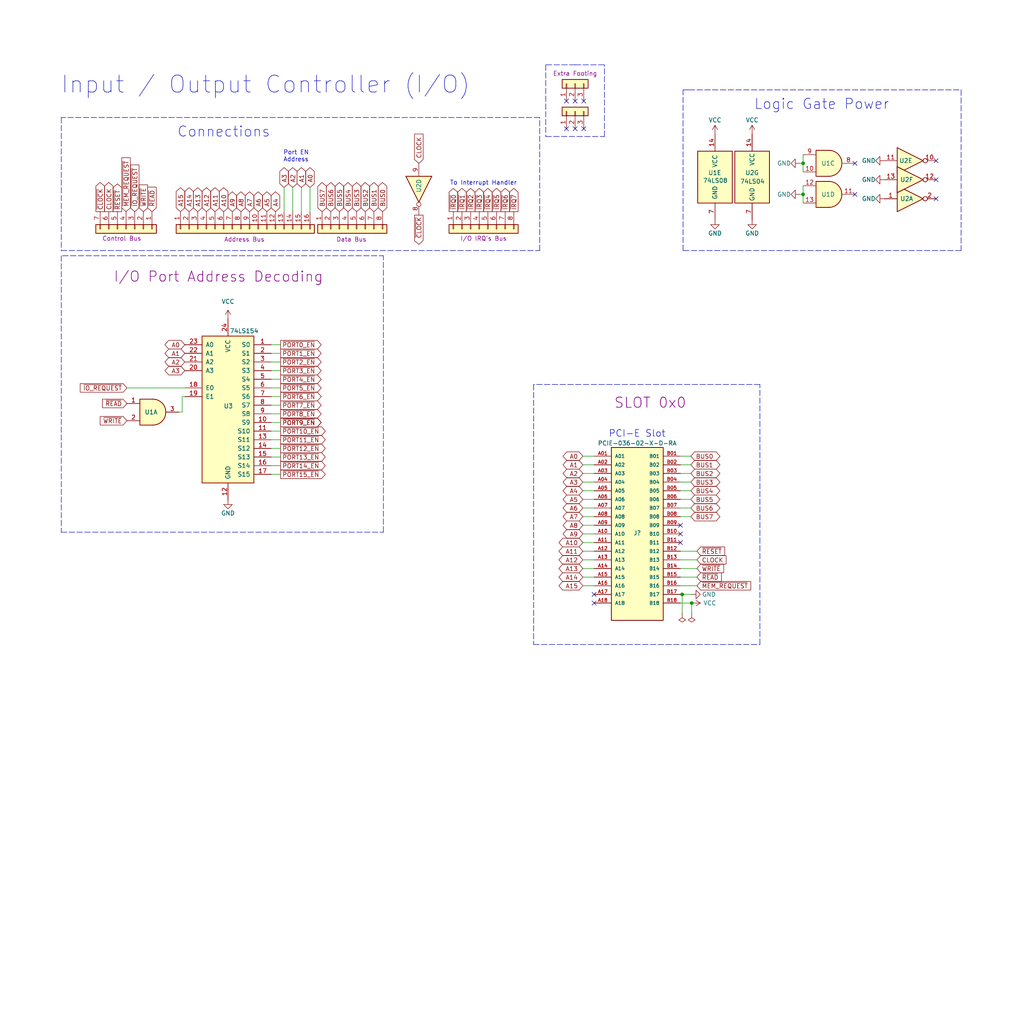
<source format=kicad_sch>
(kicad_sch (version 20211123) (generator eeschema)
  (paper "User" 300.025 300.99)
  (title_block (title "Input Output Controller (I/O)") (date "2022-02-10") (rev "v1") (company "theWickedWebDev/8-bit-computer"))
  (junction (at 200.66 174.752))
  (junction (at 450.342 176.784))
  (junction (at 724.408 188.468))
  (junction (at 236.22 48.006))
  (junction (at 203.454 177.292))
  (junction (at 634.238 186.944))
  (junction (at 664.21 198.882))
  (junction (at 236.22 57.15))
  (junction (at 670.052 196.342))
  (junction (at 453.136 179.324))
  (junction (at 671.83 193.802))
  (no_connect (at 449.834 159.004))
  (no_connect (at 503.682 175.514))
  (no_connect (at 449.834 164.084))
  (no_connect (at 200.152 154.432))
  (no_connect (at 470.408 42.418))
  (no_connect (at 449.834 156.464))
  (no_connect (at 171.704 37.846))
  (no_connect (at 465.328 42.418))
  (no_connect (at 707.39 173.482))
  (no_connect (at 424.434 176.784))
  (no_connect (at 174.752 177.292))
  (no_connect (at 449.834 166.624))
  (no_connect (at 538.988 188.468))
  (no_connect (at 538.988 191.008))
  (no_connect (at 538.988 185.928))
  (no_connect (at 538.988 180.848))
  (no_connect (at 564.388 185.928))
  (no_connect (at 564.388 180.848))
  (no_connect (at 460.248 42.418))
  (no_connect (at 472.948 42.418))
  (no_connect (at 200.152 156.972))
  (no_connect (at 174.752 174.752))
  (no_connect (at 467.868 42.418))
  (no_connect (at 200.152 159.512))
  (no_connect (at 478.028 42.418))
  (no_connect (at 275.336 58.42))
  (no_connect (at 251.46 48.006))
  (no_connect (at 251.46 57.15))
  (no_connect (at 424.434 179.324))
  (no_connect (at 462.788 42.418))
  (no_connect (at 608.33 196.342))
  (no_connect (at 608.33 193.802))
  (no_connect (at 564.388 193.548))
  (no_connect (at 564.388 196.088))
  (no_connect (at 475.488 42.418))
  (no_connect (at 608.33 186.182))
  (no_connect (at 608.33 181.102))
  (no_connect (at 582.93 183.642))
  (no_connect (at 582.93 188.722))
  (no_connect (at 582.93 193.802))
  (no_connect (at 582.93 191.262))
  (no_connect (at 169.164 37.846))
  (no_connect (at 169.164 29.718))
  (no_connect (at 171.704 29.718))
  (no_connect (at 166.624 29.718))
  (no_connect (at 660.908 180.594))
  (no_connect (at 166.624 37.846))
  (no_connect (at 275.336 47.244))
  (no_connect (at 275.336 52.832))
  (no_connect (at 449.834 161.544))
  (wire (pts (xy 724.408 188.468) (xy 740.918 188.468)))
  (wire (pts (xy 82.55 121.666) (xy 79.756 121.666)))
  (polyline (pts (xy 456.184 68.58) (xy 476.504 68.58)))
  (wire (pts (xy 611.632 213.614) (xy 611.632 191.262)))
  (polyline (pts (xy 402.844 68.58) (xy 402.844 105.41)))
  (polyline (pts (xy 409.194 111.252) (xy 409.194 187.706)))
  (wire (pts (xy 662.178 201.676) (xy 664.21 201.676)))
  (wire (pts (xy 421.132 151.384) (xy 424.434 151.384)))
  (wire (pts (xy 82.55 101.346) (xy 79.756 101.346)))
  (wire (pts (xy 710.946 197.612) (xy 710.946 191.008)))
  (polyline (pts (xy 156.972 113.03) (xy 156.972 189.484)))
  (wire (pts (xy 671.83 193.802) (xy 681.99 193.802)))
  (wire (pts (xy 632.206 193.294) (xy 635.508 193.294)))
  (wire (pts (xy 204.978 167.132) (xy 200.152 167.132)))
  (polyline (pts (xy 223.52 113.03) (xy 156.972 113.03)))
  (polyline (pts (xy 437.388 111.252) (xy 475.742 111.252)))
  (wire (pts (xy 480.568 35.814) (xy 483.362 35.814)))
  (wire (pts (xy 82.55 129.286) (xy 79.756 129.286)))
  (wire (pts (xy 82.55 131.826) (xy 79.756 131.826)))
  (wire (pts (xy 82.55 134.366) (xy 79.756 134.366)))
  (wire (pts (xy 203.454 177.292) (xy 203.454 180.34)))
  (polyline (pts (xy 200.914 26.416) (xy 202.692 26.416)))
  (polyline (pts (xy 200.914 73.66) (xy 200.914 26.416)))
  (polyline (pts (xy 202.692 26.416) (xy 282.702 26.416)))
  (wire (pts (xy 203.2 149.352) (xy 200.152 149.352)))
  (polyline (pts (xy 622.808 147.066) (xy 495.554 147.066)))
  (wire (pts (xy 171.45 154.432) (xy 174.752 154.432)))
  (wire (pts (xy 421.132 169.164) (xy 424.434 169.164)))
  (wire (pts (xy 421.132 141.224) (xy 424.434 141.224)))
  (polyline (pts (xy 489.712 15.748) (xy 447.294 15.748)))
  (wire (pts (xy 82.55 108.966) (xy 79.756 108.966)))
  (wire (pts (xy 171.45 149.352) (xy 174.752 149.352)))
  (wire (pts (xy 739.902 205.74) (xy 745.236 205.74)))
  (wire (pts (xy 82.55 114.046) (xy 79.756 114.046)))
  (wire (pts (xy 664.21 178.054) (xy 664.21 198.882)))
  (wire (pts (xy 634.238 186.944) (xy 634.238 188.214)))
  (polyline (pts (xy 160.528 19.05) (xy 160.528 40.132)))
  (wire (pts (xy 204.978 169.672) (xy 200.152 169.672)))
  (wire (pts (xy 481.33 31.496) (xy 483.362 31.496)))
  (polyline (pts (xy 158.75 73.66) (xy 158.75 34.544)))
  (wire (pts (xy 421.132 174.244) (xy 424.434 174.244)))
  (wire (pts (xy 664.21 201.676) (xy 664.21 198.882)))
  (wire (pts (xy 452.882 141.224) (xy 449.834 141.224)))
  (wire (pts (xy 171.45 146.812) (xy 174.752 146.812)))
  (wire (pts (xy 670.052 201.676) (xy 670.052 196.342)))
  (wire (pts (xy 82.55 116.586) (xy 79.756 116.586)))
  (polyline (pts (xy 403.098 16.002) (xy 445.516 16.002)))
  (wire (pts (xy 722.884 188.468) (xy 724.408 188.468)))
  (polyline (pts (xy 156.972 189.484) (xy 223.52 189.484)))
  (wire (pts (xy 452.882 136.144) (xy 449.834 136.144)))
  (wire (pts (xy 681.99 196.342) (xy 670.052 196.342)))
  (polyline (pts (xy 475.742 187.706) (xy 475.742 111.252)))
  (wire (pts (xy 671.83 193.802) (xy 671.83 204.216)))
  (wire (pts (xy 236.22 54.61) (xy 236.22 57.15)))
  (wire (pts (xy 83.566 55.118) (xy 83.566 62.23)))
  (polyline (pts (xy 447.294 66.548) (xy 489.712 66.548)))
  (wire (pts (xy 82.55 136.906) (xy 79.756 136.906)))
  (wire (pts (xy 88.646 55.118) (xy 88.646 62.23)))
  (polyline (pts (xy 61.214 75.184) (xy 18.034 75.184)))
  (polyline (pts (xy 61.214 75.184) (xy 112.776 75.184)))
  (wire (pts (xy 53.594 116.586) (xy 54.356 116.586)))
  (wire (pts (xy 82.55 106.426) (xy 79.756 106.426)))
  (polyline (pts (xy 402.844 105.41) (xy 456.692 105.41)))
  (wire (pts (xy 200.66 174.752) (xy 200.66 180.34)))
  (wire (pts (xy 668.02 193.802) (xy 671.83 193.802)))
  (wire (pts (xy 538.988 193.548) (xy 529.336 193.548)))
  (wire (pts (xy 421.132 153.924) (xy 424.434 153.924)))
  (wire (pts (xy 203.2 146.812) (xy 200.152 146.812)))
  (polyline (pts (xy 495.554 225.044) (xy 755.396 225.044)))
  (wire (pts (xy 664.21 198.882) (xy 681.99 198.882)))
  (wire (pts (xy 634.238 185.674) (xy 634.238 186.944)))
  (wire (pts (xy 678.688 165.1) (xy 680.212 165.1)))
  (wire (pts (xy 452.882 146.304) (xy 449.834 146.304)))
  (wire (pts (xy 203.454 174.752) (xy 200.66 174.752)))
  (wire (pts (xy 634.238 188.214) (xy 635.508 188.214)))
  (wire (pts (xy 449.834 179.324) (xy 453.136 179.324)))
  (polyline (pts (xy 402.844 68.58) (xy 456.692 68.58)))
  (polyline (pts (xy 437.388 111.252) (xy 409.194 111.252)))
  (polyline (pts (xy 160.528 40.132) (xy 177.8 40.132)))
  (wire (pts (xy 91.186 55.118) (xy 91.186 62.23)))
  (wire (pts (xy 171.45 159.512) (xy 174.752 159.512)))
  (wire (pts (xy 514.096 175.514) (xy 511.302 175.514)))
  (wire (pts (xy 670.052 196.342) (xy 666.242 196.342)))
  (polyline (pts (xy 489.712 26.67) (xy 489.712 15.748)))
  (wire (pts (xy 529.336 213.614) (xy 611.632 213.614)))
  (wire (pts (xy 611.632 191.262) (xy 608.33 191.262)))
  (wire (pts (xy 171.45 164.592) (xy 174.752 164.592)))
  (wire (pts (xy 666.242 196.342) (xy 666.242 175.514)))
  (wire (pts (xy 236.22 48.006) (xy 236.22 50.546)))
  (wire (pts (xy 745.236 205.74) (xy 745.236 197.612)))
  (wire (pts (xy 724.408 181.102) (xy 725.678 181.102)))
  (wire (pts (xy 200.66 174.752) (xy 200.152 174.752)))
  (polyline (pts (xy 18.034 75.184) (xy 18.034 156.464)))
  (wire (pts (xy 660.908 178.054) (xy 664.21 178.054)))
  (wire (pts (xy 204.978 172.212) (xy 200.152 172.212)))
  (wire (pts (xy 171.45 162.052) (xy 174.752 162.052)))
  (wire (pts (xy 450.342 176.784) (xy 449.834 176.784)))
  (wire (pts (xy 745.236 197.612) (xy 710.946 197.612)))
  (wire (pts (xy 203.2 136.652) (xy 200.152 136.652)))
  (wire (pts (xy 710.946 185.928) (xy 712.724 185.928)))
  (polyline (pts (xy 169.164 19.05) (xy 160.528 19.05)))
  (polyline (pts (xy 495.554 147.066) (xy 495.554 225.044)))
  (wire (pts (xy 171.45 139.192) (xy 174.752 139.192)))
  (polyline (pts (xy 476.504 105.41) (xy 455.93 105.41)))
  (wire (pts (xy 171.45 136.652) (xy 174.752 136.652)))
  (wire (pts (xy 454.66 171.704) (xy 449.834 171.704)))
  (wire (pts (xy 668.02 172.974) (xy 668.02 193.802)))
  (polyline (pts (xy 282.702 73.66) (xy 200.914 73.66)))
  (wire (pts (xy 421.132 161.544) (xy 424.434 161.544)))
  (wire (pts (xy 724.408 188.468) (xy 724.408 181.102)))
  (wire (pts (xy 171.45 151.892) (xy 174.752 151.892)))
  (wire (pts (xy 236.22 57.15) (xy 236.22 59.69)))
  (polyline (pts (xy 223.52 189.484) (xy 223.52 113.03)))
  (wire (pts (xy 667.004 201.676) (xy 670.052 201.676)))
  (wire (pts (xy 453.136 176.784) (xy 450.342 176.784)))
  (wire (pts (xy 203.2 134.112) (xy 200.152 134.112)))
  (wire (pts (xy 660.908 175.514) (xy 666.242 175.514)))
  (wire (pts (xy 480.568 35.814) (xy 480.568 42.418)))
  (polyline (pts (xy 282.702 26.416) (xy 282.702 73.66)))
  (wire (pts (xy 421.132 148.844) (xy 424.434 148.844)))
  (polyline (pts (xy 445.516 16.002) (xy 445.516 48.514)))
  (polyline (pts (xy 622.554 147.066) (xy 755.396 147.066)))
  (wire (pts (xy 203.2 141.732) (xy 200.152 141.732)))
  (wire (pts (xy 452.882 148.844) (xy 449.834 148.844)))
  (wire (pts (xy 662.178 204.216) (xy 662.178 201.676)))
  (wire (pts (xy 573.786 206.502) (xy 573.786 191.008)))
  (polyline (pts (xy 112.776 156.464) (xy 112.776 75.184)))
  (wire (pts (xy 452.882 143.764) (xy 449.834 143.764)))
  (polyline (pts (xy 445.516 48.514) (xy 402.844 48.514)))
  (wire (pts (xy 421.132 156.464) (xy 424.434 156.464)))
  (polyline (pts (xy 169.164 19.05) (xy 177.8 19.05)))
  (wire (pts (xy 171.45 169.672) (xy 174.752 169.672)))
  (wire (pts (xy 452.882 138.684) (xy 449.834 138.684)))
  (wire (pts (xy 667.004 204.216) (xy 667.004 201.676)))
  (wire (pts (xy 452.882 153.924) (xy 449.834 153.924)))
  (wire (pts (xy 53.594 121.158) (xy 53.594 116.586)))
  (polyline (pts (xy 476.504 68.58) (xy 476.504 105.41)))
  (wire (pts (xy 421.132 136.144) (xy 424.434 136.144)))
  (wire (pts (xy 632.206 195.834) (xy 635.508 195.834)))
  (wire (pts (xy 82.55 103.886) (xy 79.756 103.886)))
  (polyline (pts (xy 489.712 66.548) (xy 489.712 26.67)))
  (wire (pts (xy 235.204 48.006) (xy 236.22 48.006)))
  (wire (pts (xy 204.978 162.052) (xy 200.152 162.052)))
  (wire (pts (xy 680.212 170.942) (xy 681.99 170.942)))
  (wire (pts (xy 236.22 45.466) (xy 236.22 48.006)))
  (polyline (pts (xy 447.294 15.748) (xy 447.294 16.51)))
  (wire (pts (xy 171.45 172.212) (xy 174.752 172.212)))
  (wire (pts (xy 171.45 167.132) (xy 174.752 167.132)))
  (wire (pts (xy 421.132 166.624) (xy 424.434 166.624)))
  (wire (pts (xy 635.508 185.674) (xy 634.238 185.674)))
  (polyline (pts (xy 18.034 156.464) (xy 112.776 156.464)))
  (polyline (pts (xy 402.844 16.002) (xy 403.352 16.002)))
  (polyline (pts (xy 409.194 187.706) (xy 475.742 187.706)))
  (wire (pts (xy 453.136 179.324) (xy 453.136 182.372)))
  (wire (pts (xy 454.66 169.164) (xy 449.834 169.164)))
  (wire (pts (xy 171.45 134.112) (xy 174.752 134.112)))
  (wire (pts (xy 37.338 114.046) (xy 54.356 114.046)))
  (polyline (pts (xy 18.034 34.544) (xy 18.034 73.66)))
  (polyline (pts (xy 402.844 48.514) (xy 402.844 16.002)))
  (polyline (pts (xy 177.8 40.132) (xy 177.8 19.05)))
  (wire (pts (xy 421.132 143.764) (xy 424.434 143.764)))
  (wire (pts (xy 82.55 111.506) (xy 79.756 111.506)))
  (wire (pts (xy 573.786 191.008) (xy 564.388 191.008)))
  (wire (pts (xy 82.55 139.446) (xy 79.756 139.446)))
  (wire (pts (xy 710.946 170.942) (xy 710.946 185.928)))
  (wire (pts (xy 82.55 126.746) (xy 79.756 126.746)))
  (wire (pts (xy 82.55 119.126) (xy 79.756 119.126)))
  (wire (pts (xy 680.212 165.1) (xy 680.212 170.942)))
  (polyline (pts (xy 755.396 225.044) (xy 755.396 147.066)))
  (polyline (pts (xy 402.59 48.514) (xy 402.59 48.514)))
  (wire (pts (xy 203.2 151.892) (xy 200.152 151.892)))
  (wire (pts (xy 200.152 177.292) (xy 203.454 177.292)))
  (wire (pts (xy 707.39 170.942) (xy 710.946 170.942)))
  (wire (pts (xy 52.578 121.158) (xy 53.594 121.158)))
  (wire (pts (xy 203.2 144.272) (xy 200.152 144.272)))
  (wire (pts (xy 171.45 144.272) (xy 174.752 144.272)))
  (wire (pts (xy 632.206 198.374) (xy 635.508 198.374)))
  (wire (pts (xy 421.132 164.084) (xy 424.434 164.084)))
  (wire (pts (xy 421.132 171.704) (xy 424.434 171.704)))
  (wire (pts (xy 203.2 139.192) (xy 200.152 139.192)))
  (wire (pts (xy 204.978 164.592) (xy 200.152 164.592)))
  (wire (pts (xy 529.336 193.548) (xy 529.336 213.614)))
  (wire (pts (xy 483.362 35.814) (xy 483.362 31.496)))
  (wire (pts (xy 421.132 159.004) (xy 424.434 159.004)))
  (wire (pts (xy 171.45 156.972) (xy 174.752 156.972)))
  (polyline (pts (xy 158.75 34.544) (xy 18.034 34.544)))
  (wire (pts (xy 450.342 176.784) (xy 450.342 182.372)))
  (polyline (pts (xy 447.294 16.51) (xy 447.294 66.548)))
  (wire (pts (xy 82.55 124.206) (xy 79.756 124.206)))
  (wire (pts (xy 235.204 57.15) (xy 236.22 57.15)))
  (wire (pts (xy 660.908 172.974) (xy 668.02 172.974)))
  (wire (pts (xy 171.45 141.732) (xy 174.752 141.732)))
  (polyline (pts (xy 18.034 73.66) (xy 158.75 73.66)))
  (wire (pts (xy 86.106 55.118) (xy 86.106 62.23)))
  (wire (pts (xy 572.262 206.502) (xy 573.786 206.502)))
  (wire (pts (xy 454.66 174.244) (xy 449.834 174.244)))
  (wire (pts (xy 421.132 146.304) (xy 424.434 146.304)))
  (wire (pts (xy 710.946 191.008) (xy 712.724 191.008)))
  (wire (pts (xy 452.882 151.384) (xy 449.834 151.384)))
  (wire (pts (xy 421.132 138.684) (xy 424.434 138.684)))
  (text "Input / Output Controller (I/O)" (at 17.78 27.94 0) (effects (font (size 5 5)) (justify left bottom)))
  (text "Logic Gate Power" (at 221.742 32.512 0) (effects (font (size 3 3)) (justify left bottom)))
  (text "PCI-E Slot" (at 195.834 128.778 180) (effects (font (size 2 2)) (justify right bottom)))
  (text "PCI-E Slot" (at 445.516 130.81 180) (effects (font (size 2 2)) (justify right bottom)))
  (text "TIMERS CONN" (at 505.714 82.296 0) (effects (font (size 4 4)) (justify left bottom)))
  (text "PORT 0x4" (at 611.378 161.036 0) (effects (font (size 3 3)) (justify left bottom)))
  (text "Connections" (at 52.07 40.64 0) (effects (font (size 3 3)) (justify left bottom)))
  (text "Timer0\nTimer1\nUART/SERIAL\nCHAR LCD\nMEM CART\n----\nAUDIO\nVIDEO\nKEYBOARD\nGAME CONTROLLER 1\nGAME CONTROLLER 2\nDAC\nADC" (at -80.518 122.936 0) (effects (font (size 5 5)) (justify left bottom)))
  (text "Port EN\nAddress" (at 83.312 47.752 0) (effects (font (size 1.27 1.27)) (justify left bottom)))
  (text "To Interrupt Handler" (at 132.334 54.61 0) (effects (font (size 1.27 1.27)) (justify left bottom)))
  (text "CLOCK" (at 612.648 156.21 0) (effects (font (size 4 4)) (justify left bottom)))
  (label "F1" (at 674.116 196.342 0))
  (label "F2" (at 674.116 198.882 0))
  (label "F0" (at 674.116 193.802 0))
  (global_label "~{PORT3_EN}" (shape output) (at 445.262 87.884 270) (property "Intersheet References" "${INTERSHEET_REFS}" (effects hide)))
  (global_label "A4" (shape tri_state) (at 81.026 62.23 90) (property "Intersheet References" "${INTERSHEET_REFS}" (effects hide)))
  (global_label "A10" (shape tri_state) (at 421.132 161.544 180) (property "Intersheet References" "${INTERSHEET_REFS}" (effects hide)))
  (global_label "~{TIMER_INT_REQ_1}" (shape output) (at 522.732 109.982 90) (property "Intersheet References" "${INTERSHEET_REFS}" (effects hide)))
  (global_label "~{PORT7_EN}" (shape output) (at 82.55 119.126 0) (property "Intersheet References" "${INTERSHEET_REFS}" (effects hide)))
  (global_label "~{IRQ4}" (shape output) (at 419.862 87.884 270) (property "Intersheet References" "${INTERSHEET_REFS}" (effects hide)))
  (global_label "~{IRQ7}" (shape output) (at 424.942 87.884 270) (property "Intersheet References" "${INTERSHEET_REFS}" (effects hide)))
  (global_label "A4" (shape tri_state) (at 171.45 144.272 180) (property "Intersheet References" "${INTERSHEET_REFS}" (effects hide)))
  (global_label "BUS2" (shape tri_state) (at 452.882 141.224 0) (property "Intersheet References" "${INTERSHEET_REFS}" (effects hide)))
  (global_label "BUS1" (shape tri_state) (at 109.982 62.23 90) (property "Intersheet References" "${INTERSHEET_REFS}" (effects hide)))
  (global_label "BUS0" (shape tri_state) (at 510.032 107.188 90) (property "Intersheet References" "${INTERSHEET_REFS}" (effects hide)))
  (global_label "~{CLOCK}" (shape output) (at 740.918 188.468 0) (property "Intersheet References" "${INTERSHEET_REFS}" (effects hide)))
  (global_label "BUS1" (shape tri_state) (at 203.2 136.652 0) (property "Intersheet References" "${INTERSHEET_REFS}" (effects hide)))
  (global_label "~{WRITE}" (shape input) (at 42.164 62.23 90) (property "Intersheet References" "${INTERSHEET_REFS}" (effects hide)))
  (global_label "BUS2" (shape tri_state) (at 203.2 139.192 0) (property "Intersheet References" "${INTERSHEET_REFS}" (effects hide)))
  (global_label "~{PORT2_EN}" (shape output) (at 442.722 87.884 270) (property "Intersheet References" "${INTERSHEET_REFS}" (effects hide)))
  (global_label "BUS6" (shape tri_state) (at 424.18 34.29 270) (property "Intersheet References" "${INTERSHEET_REFS}" (effects hide)))
  (global_label "~{PORT9_EN}" (shape output) (at 455.422 87.884 270) (property "Intersheet References" "${INTERSHEET_REFS}" (effects hide)))
  (global_label "~{IRQ7}" (shape output) (at 151.13 62.23 90) (property "Intersheet References" "${INTERSHEET_REFS}" (effects hide)))
  (global_label "BUS5" (shape tri_state) (at 421.64 34.29 270) (property "Intersheet References" "${INTERSHEET_REFS}" (effects hide)))
  (global_label "BUS0" (shape tri_state) (at 408.94 34.29 270) (property "Intersheet References" "${INTERSHEET_REFS}" (effects hide)))
  (global_label "~{IRQ4}" (shape output) (at 143.51 62.23 90) (property "Intersheet References" "${INTERSHEET_REFS}" (effects hide)))
  (global_label "~{CLOCK}" (shape output) (at 123.19 63.246 270) (property "Intersheet References" "${INTERSHEET_REFS}" (effects hide)))
  (global_label "~{READ}" (shape input) (at 463.042 87.884 270) (property "Intersheet References" "${INTERSHEET_REFS}" (effects hide)))
  (global_label "A15" (shape tri_state) (at 171.45 172.212 180) (property "Intersheet References" "${INTERSHEET_REFS}" (effects hide)))
  (global_label "~{SET_RELOAD_VALUE1}" (shape input) (at 527.812 109.982 90) (property "Intersheet References" "${INTERSHEET_REFS}" (effects hide)))
  (global_label "A0" (shape tri_state) (at 91.186 55.118 90) (property "Intersheet References" "${INTERSHEET_REFS}" (effects hide)))
  (global_label "BUS3" (shape tri_state) (at 502.412 107.188 90) (property "Intersheet References" "${INTERSHEET_REFS}" (effects hide)))
  (global_label "BUS4" (shape tri_state) (at 203.2 144.272 0) (property "Intersheet References" "${INTERSHEET_REFS}" (effects hide)))
  (global_label "~{PORT7_EN}" (shape output) (at 450.342 87.884 270) (property "Intersheet References" "${INTERSHEET_REFS}" (effects hide)))
  (global_label "CPU_CLOCK" (shape input) (at 532.892 109.982 90) (property "Intersheet References" "${INTERSHEET_REFS}" (effects hide)))
  (global_label "~{PORT13_EN}" (shape output) (at 82.55 134.366 0) (property "Intersheet References" "${INTERSHEET_REFS}" (effects hide)))
  (global_label "A8" (shape tri_state) (at 421.132 156.464 180) (property "Intersheet References" "${INTERSHEET_REFS}" (effects hide)))
  (global_label "A1" (shape tri_state) (at 421.132 138.684 180) (property "Intersheet References" "${INTERSHEET_REFS}" (effects hide)))
  (global_label "~{RESET}" (shape input) (at 204.978 162.052 0) (property "Intersheet References" "${INTERSHEET_REFS}" (effects hide)))
  (global_label "~{READ}" (shape input) (at 204.978 169.672 0) (property "Intersheet References" "${INTERSHEET_REFS}" (effects hide)))
  (global_label "~{CLOCK}" (shape input) (at 722.63 159.004 90) (property "Intersheet References" "${INTERSHEET_REFS}" (effects hide)))
  (global_label "A2" (shape tri_state) (at 86.106 55.118 90) (property "Intersheet References" "${INTERSHEET_REFS}" (effects hide)))
  (global_label "~{IRQ2}" (shape output) (at 138.43 62.23 90) (property "Intersheet References" "${INTERSHEET_REFS}" (effects hide)))
  (global_label "A14" (shape tri_state) (at 55.626 62.23 90) (property "Intersheet References" "${INTERSHEET_REFS}" (effects hide)))
  (global_label "A2" (shape tri_state) (at 171.45 139.192 180) (property "Intersheet References" "${INTERSHEET_REFS}" (effects hide)))
  (global_label "~{READ}" (shape output) (at 434.34 34.29 270) (property "Intersheet References" "${INTERSHEET_REFS}" (effects hide)))
  (global_label "A7" (shape tri_state) (at 73.406 62.23 90) (property "Intersheet References" "${INTERSHEET_REFS}" (effects hide)))
  (global_label "A5" (shape tri_state) (at 421.132 148.844 180) (property "Intersheet References" "${INTERSHEET_REFS}" (effects hide)))
  (global_label "A11" (shape tri_state) (at 171.45 162.052 180) (property "Intersheet References" "${INTERSHEET_REFS}" (effects hide)))
  (global_label "A8" (shape tri_state) (at 171.45 154.432 180) (property "Intersheet References" "${INTERSHEET_REFS}" (effects hide)))
  (global_label "A6" (shape tri_state) (at 421.132 151.384 180) (property "Intersheet References" "${INTERSHEET_REFS}" (effects hide)))
  (global_label "CLOCK" (shape input) (at 123.19 48.006 90) (property "Intersheet References" "${INTERSHEET_REFS}" (effects hide)))
  (global_label "~{MEM_REQUEST}" (shape input) (at 454.66 174.244 0) (property "Intersheet References" "${INTERSHEET_REFS}" (effects hide)))
  (global_label "A10" (shape tri_state) (at 65.786 62.23 90) (property "Intersheet References" "${INTERSHEET_REFS}" (effects hide)))
  (global_label "BUS6" (shape tri_state) (at 475.488 55.118 270) (property "Intersheet References" "${INTERSHEET_REFS}" (effects hide)))
  (global_label "~{MEM_REQUEST}" (shape input) (at 37.084 62.23 90) (property "Intersheet References" "${INTERSHEET_REFS}" (effects hide)))
  (global_label "FREQ5" (shape output) (at 608.33 183.642 0) (property "Intersheet References" "${INTERSHEET_REFS}" (effects hide)))
  (global_label "CLOCK" (shape output) (at 740.918 181.102 0) (property "Intersheet References" "${INTERSHEET_REFS}" (effects hide)))
  (global_label "BUS5" (shape tri_state) (at 99.822 62.23 90) (property "Intersheet References" "${INTERSHEET_REFS}" (effects hide)))
  (global_label "~{PORT10_EN}" (shape output) (at 82.55 126.746 0) (property "Intersheet References" "${INTERSHEET_REFS}" (effects hide)))
  (global_label "A13" (shape tri_state) (at 421.132 169.164 180) (property "Intersheet References" "${INTERSHEET_REFS}" (effects hide)))
  (global_label "~{PORT9_EN}" (shape output) (at 82.55 124.206 0) (property "Intersheet References" "${INTERSHEET_REFS}" (effects hide)))
  (global_label "BUS0" (shape tri_state) (at 635.508 172.974 180) (property "Intersheet References" "${INTERSHEET_REFS}" (effects hide)))
  (global_label "BUS7" (shape tri_state) (at 492.252 107.188 90) (property "Intersheet References" "${INTERSHEET_REFS}" (effects hide)))
  (global_label "A9" (shape tri_state) (at 421.132 159.004 180) (property "Intersheet References" "${INTERSHEET_REFS}" (effects hide)))
  (global_label "BUS4" (shape tri_state) (at 499.872 107.188 90) (property "Intersheet References" "${INTERSHEET_REFS}" (effects hide)))
  (global_label "BUS7" (shape tri_state) (at 203.2 151.892 0) (property "Intersheet References" "${INTERSHEET_REFS}" (effects hide)))
  (global_label "BUS4" (shape tri_state) (at 452.882 146.304 0) (property "Intersheet References" "${INTERSHEET_REFS}" (effects hide)))
  (global_label "~{RESET}" (shape output) (at 34.544 62.23 90) (property "Intersheet References" "${INTERSHEET_REFS}" (effects hide)))
  (global_label "~{PORT9_EN}" (shape output) (at 82.55 124.206 0) (property "Intersheet References" "${INTERSHEET_REFS}" (effects hide)))
  (global_label "A4" (shape tri_state) (at 480.568 55.118 270) (property "Intersheet References" "${INTERSHEET_REFS}" (effects hide)))
  (global_label "BUS7" (shape tri_state) (at 452.882 153.924 0) (property "Intersheet References" "${INTERSHEET_REFS}" (effects hide)))
  (global_label "A6" (shape tri_state) (at 171.45 149.352 180) (property "Intersheet References" "${INTERSHEET_REFS}" (effects hide)))
  (global_label "~{WRITE}" (shape input) (at 37.338 123.698 180) (property "Intersheet References" "${INTERSHEET_REFS}" (effects hide)))
  (global_label "~{IRQ3}" (shape output) (at 140.97 62.23 90) (property "Intersheet References" "${INTERSHEET_REFS}" (effects hide)))
  (global_label "A11" (shape tri_state) (at 63.246 62.23 90) (property "Intersheet References" "${INTERSHEET_REFS}" (effects hide)))
  (global_label "~{READ}" (shape input) (at 44.704 62.23 90) (property "Intersheet References" "${INTERSHEET_REFS}" (effects hide)))
  (global_label "BUS2" (shape tri_state) (at 414.02 34.29 270) (property "Intersheet References" "${INTERSHEET_REFS}" (effects hide)))
  (global_label "~{PORT9_EN}" (shape output) (at 455.422 87.884 270) (property "Intersheet References" "${INTERSHEET_REFS}" (effects hide)))
  (global_label "~{IRQ3}" (shape output) (at 417.322 87.884 270) (property "Intersheet References" "${INTERSHEET_REFS}" (effects hide)))
  (global_label "~{WRITE}" (shape input) (at 460.502 87.884 270) (property "Intersheet References" "${INTERSHEET_REFS}" (effects hide)))
  (global_label "CRYSTAL_CLOCK" (shape input) (at 572.262 206.502 180) (property "Intersheet References" "${INTERSHEET_REFS}" (effects hide)))
  (global_label "FREQ4" (shape output) (at 582.93 196.342 180) (property "Intersheet References" "${INTERSHEET_REFS}" (effects hide)))
  (global_label "BUS1" (shape tri_state) (at 507.492 107.188 90) (property "Intersheet References" "${INTERSHEET_REFS}" (effects hide)))
  (global_label "A0" (shape tri_state) (at 171.45 134.112 180) (property "Intersheet References" "${INTERSHEET_REFS}" (effects hide)))
  (global_label "~{PORT14_EN}" (shape output) (at 430.022 87.884 270) (property "Intersheet References" "${INTERSHEET_REFS}" (effects hide)))
  (global_label "~{PORT6_EN}" (shape output) (at 82.55 116.586 0) (property "Intersheet References" "${INTERSHEET_REFS}" (effects hide)))
  (global_label "~{PORT14_EN}" (shape output) (at 82.55 136.906 0) (property "Intersheet References" "${INTERSHEET_REFS}" (effects hide)))
  (global_label "~{PORT11_EN}" (shape output) (at 82.55 129.286 0) (property "Intersheet References" "${INTERSHEET_REFS}" (effects hide)))
  (global_label "FREQ6" (shape output) (at 582.93 181.102 180) (property "Intersheet References" "${INTERSHEET_REFS}" (effects hide)))
  (global_label "A7" (shape tri_state) (at 171.45 151.892 180) (property "Intersheet References" "${INTERSHEET_REFS}" (effects hide)))
  (global_label "BUS7" (shape tri_state) (at 94.742 62.23 90) (property "Intersheet References" "${INTERSHEET_REFS}" (effects hide)))
  (global_label "~{PORT8_EN}" (shape output) (at 452.882 87.884 270) (property "Intersheet References" "${INTERSHEET_REFS}" (effects hide)))
  (global_label "BUS0" (shape tri_state) (at 203.2 134.112 0) (property "Intersheet References" "${INTERSHEET_REFS}" (effects hide)))
  (global_label "CLOCK" (shape input) (at 204.978 164.592 0) (property "Intersheet References" "${INTERSHEET_REFS}" (effects hide)))
  (global_label "FREQ7" (shape output) (at 582.93 186.182 180) (property "Intersheet References" "${INTERSHEET_REFS}" (effects hide)))
  (global_label "A3" (shape tri_state) (at 171.45 141.732 180) (property "Intersheet References" "${INTERSHEET_REFS}" (effects hide)))
  (global_label "~{WRITE}" (shape input) (at 454.66 169.164 0) (property "Intersheet References" "${INTERSHEET_REFS}" (effects hide)))
  (global_label "BUS7" (shape tri_state) (at 478.028 55.118 270) (property "Intersheet References" "${INTERSHEET_REFS}" (effects hide)))
  (global_label "~{PORT4_EN}" (shape input) (at 632.206 193.294 180) (property "Intersheet References" "${INTERSHEET_REFS}" (effects hide)))
  (global_label "A2" (shape tri_state) (at 54.356 106.426 180) (property "Intersheet References" "${INTERSHEET_REFS}" (effects hide)))
  (global_label "~{PORT8_EN}" (shape output) (at 82.55 121.666 0) (property "Intersheet References" "${INTERSHEET_REFS}" (effects hide)))
  (global_label "A15" (shape tri_state) (at 421.132 174.244 180) (property "Intersheet References" "${INTERSHEET_REFS}" (effects hide)))
  (global_label "A11" (shape tri_state) (at 421.132 164.084 180) (property "Intersheet References" "${INTERSHEET_REFS}" (effects hide)))
  (global_label "~{PORT0_EN}" (shape output) (at 440.182 87.884 270) (property "Intersheet References" "${INTERSHEET_REFS}" (effects hide)))
  (global_label "~{PORT3_EN}" (shape output) (at 82.55 108.966 0) (property "Intersheet References" "${INTERSHEET_REFS}" (effects hide)))
  (global_label "A3" (shape tri_state) (at 54.356 108.966 180) (property "Intersheet References" "${INTERSHEET_REFS}" (effects hide)))
  (global_label "~{TIMER_INT_REQ_0}" (shape output) (at 525.272 109.982 90) (property "Intersheet References" "${INTERSHEET_REFS}" (effects hide)))
  (global_label "BUS6" (shape tri_state) (at 203.2 149.352 0) (property "Intersheet References" "${INTERSHEET_REFS}" (effects hide)))
  (global_label "BUS0" (shape tri_state) (at 452.882 136.144 0) (property "Intersheet References" "${INTERSHEET_REFS}" (effects hide)))
  (global_label "A14" (shape tri_state) (at 171.45 169.672 180) (property "Intersheet References" "${INTERSHEET_REFS}" (effects hide)))
  (global_label "BUS3" (shape tri_state) (at 416.56 34.29 270) (property "Intersheet References" "${INTERSHEET_REFS}" (effects hide)))
  (global_label "FREQ2" (shape output) (at 564.388 183.388 0) (property "Intersheet References" "${INTERSHEET_REFS}" (effects hide)))
  (global_label "BUS1" (shape tri_state) (at 635.508 175.514 180) (property "Intersheet References" "${INTERSHEET_REFS}" (effects hide)))
  (global_label "~{IRQ5}" (shape output) (at 146.05 62.23 90) (property "Intersheet References" "${INTERSHEET_REFS}" (effects hide)))
  (global_label "BUS3" (shape tri_state) (at 452.882 143.764 0) (property "Intersheet References" "${INTERSHEET_REFS}" (effects hide)))
  (global_label "~{IRQ6}" (shape output) (at 148.59 62.23 90) (property "Intersheet References" "${INTERSHEET_REFS}" (effects hide)))
  (global_label "A0" (shape tri_state) (at 54.356 101.346 180) (property "Intersheet References" "${INTERSHEET_REFS}" (effects hide)))
  (global_label "FREQ1" (shape output) (at 538.988 196.088 180) (property "Intersheet References" "${INTERSHEET_REFS}" (effects hide)))
  (global_label "FREQ3" (shape output) (at 538.988 183.388 180) (property "Intersheet References" "${INTERSHEET_REFS}" (effects hide)))
  (global_label "~{IRQ1}" (shape output) (at 135.89 62.23 90) (property "Intersheet References" "${INTERSHEET_REFS}" (effects hide)))
  (global_label "A4" (shape tri_state) (at 421.132 146.304 180) (property "Intersheet References" "${INTERSHEET_REFS}" (effects hide)))
  (global_label "A6" (shape tri_state) (at 75.946 62.23 90) (property "Intersheet References" "${INTERSHEET_REFS}" (effects hide)))
  (global_label "BUS2" (shape tri_state) (at 504.952 107.188 90) (property "Intersheet References" "${INTERSHEET_REFS}" (effects hide)))
  (global_label "BUS5" (shape tri_state) (at 203.2 146.812 0) (property "Intersheet References" "${INTERSHEET_REFS}" (effects hide)))
  (global_label "~{PORT1_EN}" (shape input) (at 466.09 28.956 180) (property "Intersheet References" "${INTERSHEET_REFS}" (effects hide)))
  (global_label "MANUAL_CLOCK" (shape input) (at 724.662 205.74 180) (property "Intersheet References" "${INTERSHEET_REFS}" (effects hide)))
  (global_label "~{WRITE}" (shape input) (at 632.206 195.834 180) (property "Intersheet References" "${INTERSHEET_REFS}" (effects hide)))
  (global_label "BUS1" (shape tri_state) (at 462.788 55.118 270) (property "Intersheet References" "${INTERSHEET_REFS}" (effects hide)))
  (global_label "BUS1" (shape tri_state) (at 452.882 138.684 0) (property "Intersheet References" "${INTERSHEET_REFS}" (effects hide)))
  (global_label "BUS6" (shape tri_state) (at 97.282 62.23 90) (property "Intersheet References" "${INTERSHEET_REFS}" (effects hide)))
  (global_label "A14" (shape tri_state) (at 421.132 171.704 180) (property "Intersheet References" "${INTERSHEET_REFS}" (effects hide)))
  (global_label "A1" (shape tri_state) (at 88.646 55.118 90) (property "Intersheet References" "${INTERSHEET_REFS}" (effects hide)))
  (global_label "FREQ5" (shape input) (at 681.99 183.642 180) (property "Intersheet References" "${INTERSHEET_REFS}" (effects hide)))
  (global_label "~{PORT0_EN}" (shape output) (at 82.55 101.346 0) (property "Intersheet References" "${INTERSHEET_REFS}" (effects hide)))
  (global_label "~{CLR_TIMER_INT_REQ_0}" (shape input) (at 520.192 109.982 90) (property "Intersheet References" "${INTERSHEET_REFS}" (effects hide)))
  (global_label "BUS5" (shape tri_state) (at 497.332 107.188 90) (property "Intersheet References" "${INTERSHEET_REFS}" (effects hide)))
  (global_label "~{WRITE}" (shape input) (at 466.09 34.036 180) (property "Intersheet References" "${INTERSHEET_REFS}" (effects hide)))
  (global_label "MANUAL_CLOCK" (shape output) (at 523.494 156.21 0) (property "Intersheet References" "${INTERSHEET_REFS}" (effects hide)))
  (global_label "BUS5" (shape tri_state) (at 452.882 148.844 0) (property "Intersheet References" "${INTERSHEET_REFS}" (effects hide)))
  (global_label "~{PORT12_EN}" (shape output) (at 435.102 87.884 270) (property "Intersheet References" "${INTERSHEET_REFS}" (effects hide)))
  (global_label "BUS2" (shape tri_state) (at 465.328 55.118 270) (property "Intersheet References" "${INTERSHEET_REFS}" (effects hide)))
  (global_label "~{PORT6_EN}" (shape output) (at 431.8 34.29 270) (property "Intersheet References" "${INTERSHEET_REFS}" (effects hide)))
  (global_label "CLOCK" (shape output) (at 32.004 62.23 90) (property "Intersheet References" "${INTERSHEET_REFS}" (effects hide)))
  (global_label "~{IRQ0}" (shape output) (at 133.35 62.23 90) (property "Intersheet References" "${INTERSHEET_REFS}" (effects hide)))
  (global_label "~{PORT4_EN}" (shape output) (at 82.55 111.506 0) (property "Intersheet References" "${INTERSHEET_REFS}" (effects hide)))
  (global_label "BUS5" (shape tri_state) (at 472.948 55.118 270) (property "Intersheet References" "${INTERSHEET_REFS}" (effects hide)))
  (global_label "~{IO_REQUEST}" (shape input) (at 39.624 62.23 90) (property "Intersheet References" "${INTERSHEET_REFS}" (effects hide)))
  (global_label "A13" (shape tri_state) (at 171.45 167.132 180) (property "Intersheet References" "${INTERSHEET_REFS}" (effects hide)))
  (global_label "~{PORT13_EN}" (shape output) (at 432.562 87.884 270) (property "Intersheet References" "${INTERSHEET_REFS}" (effects hide)))
  (global_label "BUS3" (shape tri_state) (at 203.2 141.732 0) (property "Intersheet References" "${INTERSHEET_REFS}" (effects hide)))
  (global_label "~{IRQ1}" (shape output) (at 412.242 87.884 270) (property "Intersheet References" "${INTERSHEET_REFS}" (effects hide)))
  (global_label "BUS3" (shape tri_state) (at 467.868 55.118 270) (property "Intersheet References" "${INTERSHEET_REFS}" (effects hide)))
  (global_label "~{READ}" (shape input) (at 37.338 118.618 180) (property "Intersheet References" "${INTERSHEET_REFS}" (effects hide)))
  (global_label "BUS2" (shape tri_state) (at 635.508 178.054 180) (property "Intersheet References" "${INTERSHEET_REFS}" (effects hide)))
  (global_label "A2" (shape tri_state) (at 421.132 141.224 180) (property "Intersheet References" "${INTERSHEET_REFS}" (effects hide)))
  (global_label "FREQ3" (shape input) (at 681.99 178.562 180) (property "Intersheet References" "${INTERSHEET_REFS}" (effects hide)))
  (global_label "~{CLOCK}" (shape output) (at 29.464 62.23 90) (property "Intersheet References" "${INTERSHEET_REFS}" (effects hide)))
  (global_label "A12" (shape tri_state) (at 60.706 62.23 90) (property "Intersheet References" "${INTERSHEET_REFS}" (effects hide)))
  (global_label "FREQ4" (shape input) (at 681.99 181.102 180) (property "Intersheet References" "${INTERSHEET_REFS}" (effects hide)))
  (global_label "~{PORT15_EN}" (shape output) (at 427.482 87.884 270) (property "Intersheet References" "${INTERSHEET_REFS}" (effects hide)))
  (global_label "A12" (shape tri_state) (at 171.45 164.592 180) (property "Intersheet References" "${INTERSHEET_REFS}" (effects hide)))
  (global_label "~{IO_REQUEST}" (shape input) (at 37.338 114.046 180) (property "Intersheet References" "${INTERSHEET_REFS}" (effects hide)))
  (global_label "A3" (shape tri_state) (at 421.132 143.764 180) (property "Intersheet References" "${INTERSHEET_REFS}" (effects hide)))
  (global_label "A8" (shape tri_state) (at 70.866 62.23 90) (property "Intersheet References" "${INTERSHEET_REFS}" (effects hide)))
  (global_label "~{IRQ6}" (shape output) (at 429.26 34.29 270) (property "Intersheet References" "${INTERSHEET_REFS}" (effects hide)))
  (global_label "~{IRQ0}" (shape input) (at 409.702 87.884 270) (property "Intersheet References" "${INTERSHEET_REFS}" (effects hide)))
  (global_label "A1" (shape tri_state) (at 54.356 103.886 180) (property "Intersheet References" "${INTERSHEET_REFS}" (effects hide)))
  (global_label "A12" (shape tri_state) (at 421.132 166.624 180) (property "Intersheet References" "${INTERSHEET_REFS}" (effects hide)))
  (global_label "~{RESET}" (shape output) (at 406.4 34.29 270) (property "Intersheet References" "${INTERSHEET_REFS}" (effects hide)))
  (global_label "A3" (shape tri_state) (at 83.566 55.118 90) (property "Intersheet References" "${INTERSHEET_REFS}" (effects hide)))
  (global_label "~{WRITE}" (shape input) (at 204.978 167.132 0) (property "Intersheet References" "${INTERSHEET_REFS}" (effects hide)))
  (global_label "A0" (shape tri_state) (at 421.132 136.144 180) (property "Intersheet References" "${INTERSHEET_REFS}" (effects hide)))
  (global_label "BUS6" (shape tri_state) (at 452.882 151.384 0) (property "Intersheet References" "${INTERSHEET_REFS}" (effects hide)))
  (global_label "BUS2" (shape tri_state) (at 107.442 62.23 90) (property "Intersheet References" "${INTERSHEET_REFS}" (effects hide)))
  (global_label "A15" (shape tri_state) (at 53.086 62.23 90) (property "Intersheet References" "${INTERSHEET_REFS}" (effects hide)))
  (global_label "~{PORT12_EN}" (shape output) (at 82.55 131.826 0) (property "Intersheet References" "${INTERSHEET_REFS}" (effects hide)))
  (global_label "BUS4" (shape tri_state) (at 419.1 34.29 270) (property "Intersheet References" "${INTERSHEET_REFS}" (effects hide)))
  (global_label "FREQ2" (shape input) (at 681.99 176.022 180) (property "Intersheet References" "${INTERSHEET_REFS}" (effects hide)))
  (global_label "~{PORT11_EN}" (shape output) (at 437.642 87.884 270) (property "Intersheet References" "${INTERSHEET_REFS}" (effects hide)))
  (global_label "A1" (shape tri_state) (at 171.45 136.652 180) (property "Intersheet References" "${INTERSHEET_REFS}" (effects hide)))
  (global_label "~{CLR_TIMER_INT_REQ_1}" (shape input) (at 517.652 109.982 90) (property "Intersheet References" "${INTERSHEET_REFS}" (effects hide)))
  (global_label "A13" (shape tri_state) (at 58.166 62.23 90) (property "Intersheet References" "${INTERSHEET_REFS}" (effects hide)))
  (global_label "FREQ6" (shape input) (at 681.99 186.182 180) (property "Intersheet References" "${INTERSHEET_REFS}" (effects hide)))
  (global_label "BUS0" (shape tri_state) (at 112.522 62.23 90) (property "Intersheet References" "${INTERSHEET_REFS}" (effects hide)))
  (global_label "A7" (shape tri_state) (at 421.132 153.924 180) (property "Intersheet References" "${INTERSHEET_REFS}" (effects hide)))
  (global_label "~{PORT2_EN}" (shape output) (at 82.55 106.426 0) (property "Intersheet References" "${INTERSHEET_REFS}" (effects hide)))
  (global_label "BUS1" (shape tri_state) (at 411.48 34.29 270) (property "Intersheet References" "${INTERSHEET_REFS}" (effects hide)))
  (global_label "BUS7" (shape tri_state) (at 426.72 34.29 270) (property "Intersheet References" "${INTERSHEET_REFS}" (effects hide)))
  (global_label "~{MEM_REQUEST}" (shape input) (at 204.978 172.212 0) (property "Intersheet References" "${INTERSHEET_REFS}" (effects hide)))
  (global_label "BUS3" (shape tri_state) (at 104.902 62.23 90) (property "Intersheet References" "${INTERSHEET_REFS}" (effects hide)))
  (global_label "CLOCK" (shape input) (at 717.804 159.004 90) (property "Intersheet References" "${INTERSHEET_REFS}" (effects hide)))
  (global_label "A9" (shape tri_state) (at 68.326 62.23 90) (property "Intersheet References" "${INTERSHEET_REFS}" (effects hide)))
  (global_label "BUS0" (shape tri_state) (at 460.248 55.118 270) (property "Intersheet References" "${INTERSHEET_REFS}" (effects hide)))
  (global_label "A9" (shape tri_state) (at 171.45 156.972 180) (property "Intersheet References" "${INTERSHEET_REFS}" (effects hide)))
  (global_label "~{IRQ2}" (shape output) (at 414.782 87.884 270) (property "Intersheet References" "${INTERSHEET_REFS}" (effects hide)))
  (global_label "FREQ1" (shape input) (at 681.99 173.482 180) (property "Intersheet References" "${INTERSHEET_REFS}" (effects hide)))
  (global_label "BUS4" (shape tri_state) (at 102.362 62.23 90) (property "Intersheet References" "${INTERSHEET_REFS}" (effects hide)))
  (global_label "BUS6" (shape tri_state) (at 494.792 107.188 90) (property "Intersheet References" "${INTERSHEET_REFS}" (effects hide)))
  (global_label "A5" (shape tri_state) (at 78.486 62.23 90) (property "Intersheet References" "${INTERSHEET_REFS}" (effects hide)))
  (global_label "~{PORT10_EN}" (shape output) (at 457.962 87.884 270) (property "Intersheet References" "${INTERSHEET_REFS}" (effects hide)))
  (global_label "~{SET_RELOAD_VALUE0}" (shape input) (at 530.352 109.982 90) (property "Intersheet References" "${INTERSHEET_REFS}" (effects hide)))
  (global_label "BUS4" (shape tri_state) (at 470.408 55.118 270) (property "Intersheet References" "${INTERSHEET_REFS}" (effects hide)))
  (global_label "CRYSTAL_CLOCK" (shape input) (at 632.206 198.374 180) (property "Intersheet References" "${INTERSHEET_REFS}" (effects hide)))
  (global_label "A10" (shape tri_state) (at 171.45 159.512 180) (property "Intersheet References" "${INTERSHEET_REFS}" (effects hide)))
  (global_label "CRYSTAL_CLOCK" (shape output) (at 514.096 175.514 0) (property "Intersheet References" "${INTERSHEET_REFS}" (effects hide)))
  (global_label "~{PORT5_EN}" (shape output) (at 82.55 114.046 0) (property "Intersheet References" "${INTERSHEET_REFS}" (effects hide)))
  (global_label "~{PORT1_EN}" (shape output) (at 82.55 103.886 0) (property "Intersheet References" "${INTERSHEET_REFS}" (effects hide)))
  (global_label "~{PORT5_EN}" (shape output) (at 447.802 87.884 270) (property "Intersheet References" "${INTERSHEET_REFS}" (effects hide)))
  (global_label "~{PORT15_EN}" (shape output) (at 82.55 139.446 0) (property "Intersheet References" "${INTERSHEET_REFS}" (effects hide)))
  (global_label "FREQ7" (shape input) (at 681.99 188.722 180) (property "Intersheet References" "${INTERSHEET_REFS}" (effects hide)))
  (global_label "A5" (shape tri_state) (at 171.45 146.812 180) (property "Intersheet References" "${INTERSHEET_REFS}" (effects hide)))
  (global_label "CRYSTAL_CLOCK" (shape input) (at 678.688 165.1 180) (property "Intersheet References" "${INTERSHEET_REFS}" (effects hide)))
  (global_label "~{READ}" (shape input) (at 454.66 171.704 0) (property "Intersheet References" "${INTERSHEET_REFS}" (effects hide)))
  (global_label "~{WRITE}" (shape output) (at 436.88 34.29 270) (property "Intersheet References" "${INTERSHEET_REFS}" (effects hide)))
  (global_label "~{IRQ5}" (shape output) (at 422.402 87.884 270) (property "Intersheet References" "${INTERSHEET_REFS}" (effects hide)))
  (symbol (lib_id "power:GND") (at 453.136 176.784 90) (unit 1)
    (property "Reference" "#PWR035" (effects hide))
    (property "Value" "GND" (at 458.216 176.784 90))
  )
  (symbol (lib_id "Connector_Generic:Conn_01x15") (at 424.18 29.21 90) (unit 1)
    (property "Reference" "J5" (effects hide))
    (property "Value" "Conn_01x15" (effects hide))
    (property "Footprint" "Connector_PinHeader_2.54mm:PinHeader_1x15_P2.54mm_Vertical" (effects hide))
    (property "Field4" "PORT 0x6" (at 424.18 20.574 90) (effects (font (size 2.5 2.5))))
    (property "Field5" "Serial IRQ0" (at 423.926 24.638 90) (effects (font (size 1.7 1.7))))
  )
  (symbol (lib_id "Connector_Generic:Conn_02x10_Odd_Even") (at 467.868 50.038 90) (unit 1)
    (property "Reference" "J3" (effects hide))
    (property "Value" "Conn_02x20_Odd_Even" (effects hide))
    (property "Footprint" "Connector_IDC:IDC-Header_2x10_P2.54mm_Vertical" (effects hide))
    (property "Field4" "16x2 Character LED" (at 469.138 23.368 90))
    (property "Field5" "PORT 0x1" (at 469.138 19.558 90) (effects (font (size 2.5 2.5))))
  )
  (symbol (lib_id "74xx:74LS08") (at 243.84 48.006 0) (unit 3)
    (property "Reference" "U1" (at 243.586 48.006 0))
    (property "Value" "74LS08" (effects hide))
    (property "Footprint" "Package_SO:TSSOP-14_4.4x5mm_P0.65mm" (effects hide))
    (property "Datasheet" "http://www.ti.com/lit/gpn/sn74LS08" (effects hide))
  )
  (symbol (lib_id "74xx:74LS04") (at 733.298 181.102 0) (unit 3)
    (property "Reference" "U2" (at 732.282 181.102 0))
    (property "Value" "74LS04" (effects hide))
    (property "Footprint" "Package_SO:TSSOP-14_4.4x5mm_P0.65mm" (effects hide))
    (property "Datasheet" "http://www.ti.com/lit/gpn/sn74LS04" (effects hide))
  )
  (symbol (lib_id "power:GND") (at 260.096 58.42 270) (unit 1)
    (property "Reference" "#PWR0107" (effects hide))
    (property "Value" "GND" (at 255.524 58.42 90))
  )
  (symbol (lib_id "power:VCC") (at 507.492 170.434 0) (mirror y) (unit 1)
    (property "Reference" "#PWR01" (effects hide))
    (property "Value" "VCC" (at 507.492 166.624 0))
  )
  (symbol (lib_id "power:GND") (at 260.096 47.244 270) (unit 1)
    (property "Reference" "#PWR050" (effects hide))
    (property "Value" "GND" (at 255.524 47.244 90))
  )
  (symbol (lib_id "74xx:74LS173") (at 648.208 188.214 0) (unit 1)
    (property "Reference" "U6" (at 646.938 188.214 0) (effects (justify left)))
    (property "Value" "74LS173" (at 649.224 168.656 0) (effects (justify left)))
    (property "Footprint" "Package_SO:TSSOP-16_4.4x5mm_P0.65mm" (effects hide))
    (property "Datasheet" "http://www.ti.com/lit/gpn/sn74LS173" (effects hide))
  )
  (symbol (lib_id "power:GND") (at 681.99 203.962 270) (unit 1)
    (property "Reference" "#PWR022" (effects hide))
    (property "Value" "GND" (at 677.164 203.962 90))
  )
  (symbol (lib_id "power:VCC") (at 648.208 165.354 0) (mirror y) (unit 1)
    (property "Reference" "#PWR06" (effects hide))
    (property "Value" "VCC" (at 648.208 161.544 0))
  )
  (symbol (lib_id "Device:R_Small_US") (at 662.178 214.376 0) (unit 1)
    (property "Reference" "R2" (effects hide))
    (property "Value" "R_Small_US" (effects hide))
    (property "Footprint" "Resistor_SMD:R_0805_2012Metric" (effects hide))
  )
  (symbol (lib_id "Stephen:CD4060") (at 551.688 187.198 0) (unit 1)
    (property "Reference" "U5" (at 550.418 184.15 0) (effects (justify left)))
    (property "Value" "CD4060" (at 553.466 170.18 0) (effects (justify left)))
    (property "Footprint" "Package_SO:SOIC-16_3.9x9.9mm_P1.27mm" (effects hide))
  )
  (symbol (lib_id "power:GND") (at 235.204 48.006 270) (unit 1)
    (property "Reference" "#PWR042" (effects hide))
    (property "Value" "GND" (at 230.632 48.006 90))
  )
  (symbol (lib_id "Device:LED") (at 667.004 208.026 90) (unit 1)
    (property "Reference" "D2" (effects hide))
    (property "Value" "LED" (effects hide))
    (property "Footprint" "Stephenv6:LED_RED_0805_2012Metric" (effects hide))
  )
  (symbol (lib_id "74xx:74LS251") (at 694.69 186.182 0) (unit 1)
    (property "Reference" "U7" (at 693.928 186.436 0) (effects (justify left)))
    (property "Value" "74LS251" (at 695.706 166.624 0) (effects (justify left)))
    (property "Footprint" "Package_SO:TSSOP-16_4.4x5mm_P0.65mm" (effects hide))
    (property "Datasheet" "http://www.ti.com/lit/gpn/sn74LS251" (effects hide))
  )
  (symbol (lib_id "Connector_Generic:Conn_01x03") (at 169.164 24.638 90) (unit 1)
    (property "Reference" "J7" (effects hide))
    (property "Value" "Conn_01x03" (effects hide))
    (property "Footprint" "Connector_PinHeader_2.54mm:PinHeader_1x03_P2.54mm_Vertical" (effects hide))
    (property "Field4" "Extra Footing" (at 169.164 21.59 90))
  )
  (symbol (lib_id "74xx:74LS08") (at 210.312 52.07 0) (unit 5)
    (property "Reference" "U1" (at 208.28 50.8 0) (effects (justify left)))
    (property "Value" "74LS08" (at 206.756 53.086 0) (effects (justify left)))
    (property "Footprint" "Package_SO:TSSOP-14_4.4x5mm_P0.65mm" (effects hide))
    (property "Datasheet" "http://www.ti.com/lit/gpn/sn74LS08" (effects hide))
  )
  (symbol (lib_id "74xx:74LS04") (at 221.234 52.07 0) (unit 7)
    (property "Reference" "U2" (at 219.202 50.8 0) (effects (justify left)))
    (property "Value" "74LS04" (at 217.678 53.34 0) (effects (justify left)))
    (property "Footprint" "Package_SO:TSSOP-14_4.4x5mm_P0.65mm" (effects hide))
    (property "Datasheet" "http://www.ti.com/lit/gpn/sn74LS04" (effects hide))
  )
  (symbol (lib_id "power:GND") (at 260.096 52.832 270) (unit 1)
    (property "Reference" "#PWR051" (effects hide))
    (property "Value" "GND" (at 255.524 52.832 90))
  )
  (symbol (lib_id "power:VCC") (at 468.122 87.884 0) (mirror x) (unit 1)
    (property "Reference" "#PWR0103" (effects hide))
    (property "Value" "VCC" (at 468.122 93.218 90))
  )
  (symbol (lib_id "power:GND") (at 722.63 171.704 0) (unit 1)
    (property "Reference" "#PWR030" (effects hide))
    (property "Value" "GND" (at 722.63 175.514 0))
  )
  (symbol (lib_id "74xx:74LS04") (at 732.282 205.74 0) (unit 2)
    (property "Reference" "U2" (at 731.266 205.74 0))
    (property "Value" "74LS04" (effects hide))
    (property "Footprint" "Package_SO:TSSOP-14_4.4x5mm_P0.65mm" (effects hide))
    (property "Datasheet" "http://www.ti.com/lit/gpn/sn74LS04" (effects hide))
  )
  (symbol (lib_id "Device:R_Small_US") (at 671.83 214.376 0) (unit 1)
    (property "Reference" "R4" (effects hide))
    (property "Value" "R_Small_US" (effects hide))
    (property "Footprint" "Resistor_SMD:R_0805_2012Metric" (effects hide))
  )
  (symbol (lib_id "74xx:74LS04") (at 123.19 55.626 270) (unit 4)
    (property "Reference" "U2" (at 123.19 54.61 0))
    (property "Value" "74LS04" (effects hide))
    (property "Footprint" "Package_SO:TSSOP-14_4.4x5mm_P0.65mm" (effects hide))
    (property "Datasheet" "http://www.ti.com/lit/gpn/sn74LS04" (effects hide))
  )
  (symbol (lib_id "Connector_Generic:Conn_01x03") (at 169.164 32.766 90) (unit 1)
    (property "Reference" "J8" (effects hide))
    (property "Value" "Conn_01x03" (effects hide))
    (property "Footprint" "Connector_PinHeader_2.54mm:PinHeader_1x03_P2.54mm_Vertical" (effects hide))
  )
  (symbol (lib_id "74xx:74LS08") (at 44.958 121.158 0) (unit 1)
    (property "Reference" "U1" (at 44.45 121.158 0))
    (property "Value" "74LS08" (effects hide))
    (property "Footprint" "Package_SO:TSSOP-14_4.4x5mm_P0.65mm" (effects hide))
    (property "Datasheet" "http://www.ti.com/lit/gpn/sn74LS08" (effects hide))
  )
  (symbol (lib_id "power:VCC") (at 441.96 34.29 0) (mirror x) (unit 1)
    (property "Reference" "#PWR08" (effects hide))
    (property "Value" "VCC" (at 441.96 39.624 90))
  )
  (symbol (lib_id "Device:LED") (at 671.83 208.026 90) (unit 1)
    (property "Reference" "D3" (effects hide))
    (property "Value" "LED" (effects hide))
    (property "Footprint" "Stephenv6:LED_RED_0805_2012Metric" (effects hide))
  )
  (symbol (lib_id "Connector_Generic:Conn_01x08") (at 102.362 67.31 90) (mirror x) (unit 1)
    (property "Reference" "J11" (effects hide))
    (property "Value" "Conn_01x08" (effects hide))
    (property "Footprint" "Connector_PinHeader_2.54mm:PinHeader_1x08_P2.54mm_Vertical" (effects hide))
    (property "Field4" "Data Bus" (at 103.378 70.358 90))
  )
  (symbol (lib_id "power:GND") (at 608.33 188.722 90) (unit 1)
    (property "Reference" "#PWR016" (effects hide))
    (property "Value" "GND" (at 613.41 188.722 90))
  )
  (symbol (lib_id "power:GND") (at 635.508 203.454 270) (unit 1)
    (property "Reference" "#PWR020" (effects hide))
    (property "Value" "GND" (at 630.682 203.454 90))
  )
  (symbol (lib_id "power:GND") (at 457.708 55.118 0) (unit 1)
    (property "Reference" "#PWR0106" (effects hide))
    (property "Value" "GND" (at 457.708 59.944 90))
  )
  (symbol (lib_id "power:GND") (at 662.178 216.916 0) (unit 1)
    (property "Reference" "#PWR023" (effects hide))
    (property "Value" "GND" (at 662.178 220.726 0))
  )
  (symbol (lib_id "Stephen:DebouncedButton") (at 514.604 151.13 0) (unit 1)
    (property "Reference" "U4" (at 513.08 151.13 0) (effects (justify left)))
    (property "Value" "debounced-btn" (at 507.238 161.29 0) (effects (justify left)))
    (property "Footprint" "Stephenv6:breakout-debounce-btn" (effects hide))
  )
  (symbol (lib_id "power:GND") (at 505.714 157.48 270) (unit 1)
    (property "Reference" "#PWR0102" (effects hide))
    (property "Value" "GND" (at 500.634 157.48 90))
  )
  (symbol (lib_id "power:GND") (at 595.63 207.772 0) (unit 1)
    (property "Reference" "#PWR015" (effects hide))
    (property "Value" "GND" (at 595.63 211.582 0))
  )
  (symbol (lib_id "power:GND") (at 439.42 34.29 0) (mirror y) (unit 1)
    (property "Reference" "#PWR04" (effects hide))
    (property "Value" "GND" (at 439.42 39.624 90))
  )
  (symbol (lib_id "Device:R_Small_US") (at 722.63 169.164 0) (unit 1)
    (property "Reference" "R6" (effects hide))
    (property "Value" "R_Small_US" (effects hide))
    (property "Footprint" "Resistor_SMD:R_0805_2012Metric" (effects hide))
  )
  (symbol (lib_id "power:GND") (at 635.508 180.594 270) (unit 1)
    (property "Reference" "#PWR019" (effects hide))
    (property "Value" "GND" (at 630.682 180.594 90))
  )
  (symbol (lib_id "Device:Crystal_GND24") (at 507.492 175.514 0) (mirror x) (unit 1)
    (property "Reference" "Y1" (effects hide))
    (property "Value" "Crystal_GND24" (effects hide))
    (property "Footprint" "Stephenv6:DIP-14-4pin-clock" (effects hide))
  )
  (symbol (lib_id "Stephen:PCIE-036-02-X-D-RA") (at 437.134 159.004 0) (unit 1)
    (property "Reference" "J21" (at 437.134 158.75 0))
    (property "Value" "PCIE-036-02-X-D-RA" (at 437.134 132.334 0))
    (property "Footprint" "Stephenv6:SAMTEC_PCIE-036-02-X-D-RA" (effects hide))
    (property "STANDARD" "Manufacturer Recommendations" (effects hide))
    (property "PARTREV" "D" (effects hide))
    (property "MANUFACTURER" "Samtec Inc" (effects hide))
    (property "MAXIMUM_PACKAGE_HEIGHT" "9.58mm" (effects hide))
    (property "Field8" "PORT 0x2" (at 443.23 115.316 0) (effects (font (size 3 3))))
    (property "Field9" "Memory Cartridge" (at 444.754 120.396 0) (effects (font (size 2.2 2.2))))
  )
  (symbol (lib_id "power:VCC") (at 694.69 163.322 0) (mirror y) (unit 1)
    (property "Reference" "#PWR010" (effects hide))
    (property "Value" "VCC" (at 694.69 159.512 0))
  )
  (symbol (lib_id "74xx:74LS154") (at 67.056 119.126 0) (unit 1)
    (property "Reference" "U3" (at 65.786 119.38 0) (effects (justify left)))
    (property "Value" "74LS154" (at 67.564 97.282 0) (effects (justify left)))
    (property "Footprint" "Package_SO:SO-24_5.3x15mm_P1.27mm" (effects hide))
    (property "Datasheet" "http://www.ti.com/lit/gpn/sn74LS154" (effects hide))
    (property "Field4" "I/O Port Address Decoding" (at 64.262 81.28 0) (effects (font (size 3 3))))
  )
  (symbol (lib_id "power:GND") (at 717.804 171.704 0) (unit 1)
    (property "Reference" "#PWR029" (effects hide))
    (property "Value" "GND" (at 717.804 175.514 0))
  )
  (symbol (lib_id "Connector_Generic:Conn_01x24") (at 437.642 82.804 90) (unit 1)
    (property "Reference" "J2" (effects hide))
    (property "Value" "Conn_01x24" (effects hide))
    (property "Footprint" "Connector_PinHeader_2.54mm:PinHeader_1x24_P2.54mm_Vertical" (effects hide))
    (property "Field4" "~{PORT_EN}'s" (at 443.484 79.248 90) (effects (font (size 1.3 1.3))))
    (property "Field6" "ADDITIONAL PORT CONN" (at 439.928 73.66 90) (effects (font (size 2 2))))
    (property "Field6" "RD/WR" (at 461.264 79.248 90))
    (property "Field7" "IRQ's" (at 418.592 79.248 90))
  )
  (symbol (lib_id "power:VCC") (at 210.312 39.37 0) (unit 1)
    (property "Reference" "#PWR044" (effects hide))
    (property "Value" "VCC" (at 210.312 35.306 0))
  )
  (symbol (lib_id "Connector_Generic:Conn_01x08") (at 502.412 112.268 270) (unit 1)
    (property "Reference" "J?" (effects hide))
    (property "Value" "Conn_01x08" (effects hide))
    (property "Footprint" "Connector_PinHeader_2.54mm:PinHeader_1x08_P2.54mm_Vertical" (effects hide))
  )
  (symbol (lib_id "power:VCC") (at 457.708 42.418 0) (unit 1)
    (property "Reference" "#PWR0105" (effects hide))
    (property "Value" "VCC" (at 457.708 38.354 0))
  )
  (symbol (lib_id "power:GND") (at 551.688 207.518 0) (unit 1)
    (property "Reference" "#PWR05" (effects hide))
    (property "Value" "GND" (at 551.688 211.328 0))
  )
  (symbol (lib_id "Device:R_Small_US") (at 667.004 214.376 0) (unit 1)
    (property "Reference" "R3" (effects hide))
    (property "Value" "R_Small_US" (effects hide))
    (property "Footprint" "Resistor_SMD:R_0805_2012Metric" (effects hide))
  )
  (symbol (lib_id "power:PWR_FLAG") (at 200.66 180.34 180) (unit 1)
    (property "Reference" "#FLG?" (effects hide))
    (property "Value" "PWR_FLAG" (effects hide))
  )
  (symbol (lib_id "power:PWR_FLAG") (at 203.454 180.34 180) (unit 1)
    (property "Reference" "#FLG?" (effects hide))
    (property "Value" "PWR_FLAG" (effects hide))
  )
  (symbol (lib_id "power:PWR_FLAG") (at 450.342 182.372 180) (unit 1)
    (property "Reference" "#FLG01" (effects hide))
    (property "Value" "PWR_FLAG" (effects hide))
  )
  (symbol (lib_id "power:GND") (at 465.582 87.884 0) (mirror y) (unit 1)
    (property "Reference" "#PWR0104" (effects hide))
    (property "Value" "GND" (at 465.582 93.218 90))
  )
  (symbol (lib_id "Device:R_Small_US") (at 717.804 169.164 0) (unit 1)
    (property "Reference" "R5" (effects hide))
    (property "Value" "R_Small_US" (effects hide))
    (property "Footprint" "Resistor_SMD:R_0805_2012Metric" (effects hide))
  )
  (symbol (lib_id "Stephen:PCIE-036-02-X-D-RA") (at 187.452 156.972 0) (unit 1)
    (property "Reference" "J?" (at 187.452 156.718 0))
    (property "Value" "PCIE-036-02-X-D-RA" (at 187.452 130.302 0))
    (property "Footprint" "Stephenv6:SAMTEC_PCIE-036-02-X-D-RA" (effects hide))
    (property "STANDARD" "Manufacturer Recommendations" (effects hide))
    (property "PARTREV" "D" (effects hide))
    (property "MANUFACTURER" "Samtec Inc" (effects hide))
    (property "MAXIMUM_PACKAGE_HEIGHT" "9.58mm" (effects hide))
    (property "Field8" "SLOT 0x0" (at 191.262 118.364 0) (effects (font (size 3 3))))
  )
  (symbol (lib_id "power:GND") (at 648.208 211.074 0) (unit 1)
    (property "Reference" "#PWR07" (effects hide))
    (property "Value" "GND" (at 648.208 214.884 0))
  )
  (symbol (lib_id "Stephen:CD4060") (at 595.63 187.452 0) (unit 1)
    (property "Reference" "U8" (at 594.36 184.404 0) (effects (justify left)))
    (property "Value" "CD4060" (at 597.408 170.434 0) (effects (justify left)))
    (property "Footprint" "Package_SO:SOIC-16_3.9x9.9mm_P1.27mm" (effects hide))
  )
  (symbol (lib_id "power:GND") (at 210.312 64.77 0) (unit 1)
    (property "Reference" "#PWR045" (effects hide))
    (property "Value" "GND" (at 210.312 68.58 0))
  )
  (symbol (lib_id "power:GND") (at 634.238 186.944 270) (unit 1)
    (property "Reference" "#PWR018" (effects hide))
    (property "Value" "GND" (at 629.412 186.944 90))
  )
  (symbol (lib_id "power:GND") (at 221.234 64.77 0) (unit 1)
    (property "Reference" "#PWR049" (effects hide))
    (property "Value" "GND" (at 221.234 68.58 0))
  )
  (symbol (lib_id "Device:LED") (at 722.63 162.814 90) (unit 1)
    (property "Reference" "D5" (effects hide))
    (property "Value" "LED" (effects hide))
    (property "Footprint" "Stephenv6:LED_BLUE_0805_2012Metric" (effects hide))
  )
  (symbol (lib_id "power:GND") (at 671.83 216.916 0) (unit 1)
    (property "Reference" "#PWR028" (effects hide))
    (property "Value" "GND" (at 671.83 220.726 0))
  )
  (symbol (lib_id "power:GND") (at 203.454 174.752 90) (unit 1)
    (property "Reference" "#PWR?" (effects hide))
    (property "Value" "GND" (at 208.534 174.752 90))
  )
  (symbol (lib_id "74xx:74LS04") (at 267.716 58.42 0) (unit 1)
    (property "Reference" "U2" (at 266.7 58.42 0))
    (property "Value" "74LS04" (effects hide))
    (property "Footprint" "Package_SO:TSSOP-14_4.4x5mm_P0.65mm" (effects hide))
    (property "Datasheet" "http://www.ti.com/lit/gpn/sn74LS04" (effects hide))
  )
  (symbol (lib_id "Connector_Generic:Conn_01x07") (at 37.084 67.31 270) (unit 1)
    (property "Reference" "J1" (effects hide))
    (property "Value" "Conn_01x07" (effects hide))
    (property "Footprint" "Connector_PinHeader_2.54mm:PinHeader_1x07_P2.54mm_Vertical" (effects hide))
    (property "Field4" "Control Bus" (at 35.814 70.104 90))
  )
  (symbol (lib_id "power:VCC") (at 453.136 179.324 270) (mirror x) (unit 1)
    (property "Reference" "#PWR036" (effects hide))
    (property "Value" "VCC" (at 458.47 179.324 90))
  )
  (symbol (lib_id "power:GND") (at 667.004 216.916 0) (unit 1)
    (property "Reference" "#PWR024" (effects hide))
    (property "Value" "GND" (at 667.004 220.726 0))
  )
  (symbol (lib_id "power:GND") (at 535.432 109.982 0) (mirror x) (unit 1)
    (property "Reference" "#PWR?" (effects hide))
    (property "Value" "GND" (at 535.432 104.648 90))
  )
  (symbol (lib_id "74xx:74LS08") (at 243.84 57.15 0) (unit 4)
    (property "Reference" "U1" (at 243.586 57.15 0))
    (property "Value" "74LS08" (effects hide))
    (property "Footprint" "Package_SO:TSSOP-14_4.4x5mm_P0.65mm" (effects hide))
    (property "Datasheet" "http://www.ti.com/lit/gpn/sn74LS08" (effects hide))
  )
  (symbol (lib_id "power:GND") (at 564.388 188.468 90) (unit 1)
    (property "Reference" "#PWR012" (effects hide))
    (property "Value" "GND" (at 569.468 188.468 90))
  )
  (symbol (lib_id "power:GND") (at 507.492 180.594 0) (mirror y) (unit 1)
    (property "Reference" "#PWR02" (effects hide))
    (property "Value" "GND" (at 507.492 184.404 0))
  )
  (symbol (lib_id "Device:LED") (at 717.804 162.814 90) (unit 1)
    (property "Reference" "D4" (effects hide))
    (property "Value" "LED" (effects hide))
    (property "Footprint" "Stephenv6:LED_BLUE_0805_2012Metric" (effects hide))
  )
  (symbol (lib_id "power:GND") (at 235.204 57.15 270) (unit 1)
    (property "Reference" "#PWR043" (effects hide))
    (property "Value" "GND" (at 230.632 57.15 90))
  )
  (symbol (lib_id "Device:LED") (at 662.178 208.026 90) (unit 1)
    (property "Reference" "D1" (effects hide))
    (property "Value" "LED" (effects hide))
    (property "Footprint" "Stephenv6:LED_RED_0805_2012Metric" (effects hide))
  )
  (symbol (lib_id "power:PWR_FLAG") (at 453.136 182.372 180) (unit 1)
    (property "Reference" "#FLG02" (effects hide))
    (property "Value" "PWR_FLAG" (effects hide))
  )
  (symbol (lib_id "power:VCC") (at 203.454 177.292 270) (mirror x) (unit 1)
    (property "Reference" "#PWR?" (effects hide))
    (property "Value" "VCC" (at 208.788 177.292 90))
  )
  (symbol (lib_id "74xx:74LS04") (at 267.716 47.244 0) (unit 5)
    (property "Reference" "U2" (at 266.446 47.244 0))
    (property "Value" "74LS04" (effects hide))
    (property "Footprint" "Package_SO:TSSOP-14_4.4x5mm_P0.65mm" (effects hide))
    (property "Datasheet" "http://www.ti.com/lit/gpn/sn74LS04" (effects hide))
  )
  (symbol (lib_id "Connector_Generic:Conn_01x08") (at 140.97 67.31 90) (mirror x) (unit 1)
    (property "Reference" "J16" (effects hide))
    (property "Value" "Conn_01x08" (effects hide))
    (property "Footprint" "Connector_PinHeader_2.54mm:PinHeader_1x08_P2.54mm_Vertical" (effects hide))
    (property "Field4" "I/O IRQ's Bus" (at 142.24 70.104 90))
  )
  (symbol (lib_id "power:VCC") (at 505.714 154.94 90) (mirror x) (unit 1)
    (property "Reference" "#PWR0101" (effects hide))
    (property "Value" "VCC" (at 500.634 154.94 90))
  )
  (symbol (lib_id "Connector_Generic:Conn_01x09") (at 527.812 115.062 270) (unit 1)
    (property "Reference" "J?" (effects hide))
    (property "Value" "Conn_01x09" (effects hide))
    (property "Footprint" "Connector_PinHeader_2.54mm:PinHeader_1x09_P2.54mm_Vertical" (effects hide))
  )
  (symbol (lib_id "power:GND") (at 694.69 211.582 0) (unit 1)
    (property "Reference" "#PWR011" (effects hide))
    (property "Value" "GND" (at 694.69 215.392 0))
  )
  (symbol (lib_id "Connector_Generic:Conn_01x16") (at 70.866 67.31 90) (mirror x) (unit 1)
    (property "Reference" "J6" (effects hide))
    (property "Value" "Conn_01x16" (effects hide))
    (property "Footprint" "Connector_PinHeader_2.54mm:PinHeader_1x16_P2.54mm_Vertical" (effects hide))
    (property "Field4" "Address Bus" (at 71.882 70.358 90))
  )
  (symbol (lib_id "power:GND") (at 67.056 147.066 0) (unit 1)
    (property "Reference" "#PWR038" (effects hide))
    (property "Value" "GND" (at 67.056 150.876 0))
  )
  (symbol (lib_id "power:VCC") (at 67.056 93.726 0) (unit 1)
    (property "Reference" "#PWR037" (effects hide))
    (property "Value" "VCC" (at 67.056 88.646 0))
  )
  (symbol (lib_id "power:VCC") (at 551.688 166.878 0) (mirror y) (unit 1)
    (property "Reference" "#PWR03" (effects hide))
    (property "Value" "VCC" (at 551.688 163.068 0))
  )
  (symbol (lib_id "power:VCC") (at 221.234 39.37 0) (unit 1)
    (property "Reference" "#PWR048" (effects hide))
    (property "Value" "VCC" (at 221.234 35.306 0))
  )
  (symbol (lib_id "power:VCC") (at 595.63 167.132 0) (mirror y) (unit 1)
    (property "Reference" "#PWR014" (effects hide))
    (property "Value" "VCC" (at 595.63 163.322 0))
  )
  (symbol (lib_id "74xx:74LS08") (at 473.71 31.496 0) (unit 2)
    (property "Reference" "U1" (at 473.71 31.496 0))
    (property "Value" "74LS08" (effects hide))
    (property "Footprint" "Package_SO:TSSOP-14_4.4x5mm_P0.65mm" (effects hide))
    (property "Datasheet" "http://www.ti.com/lit/gpn/sn74LS08" (effects hide))
  )
  (symbol (lib_id "power:VCC") (at 537.972 109.982 0) (mirror y) (unit 1)
    (property "Reference" "#PWR?" (effects hide))
    (property "Value" "VCC" (at 537.972 104.902 90))
  )
  (symbol (lib_id "74xx:74LS04") (at 267.716 52.832 0) (unit 6)
    (property "Reference" "U2" (at 266.7 52.832 0))
    (property "Value" "74LS04" (effects hide))
    (property "Footprint" "Package_SO:TSSOP-14_4.4x5mm_P0.65mm" (effects hide))
    (property "Datasheet" "http://www.ti.com/lit/gpn/sn74LS04" (effects hide))
  )
  (symbol (lib_id "Switch:SW_SPDT") (at 717.804 188.468 180) (unit 1)
    (property "Reference" "SW2" (effects hide))
    (property "Value" "SW_SPDT" (effects hide))
    (property "Footprint" "Stephenv6:THT-DPDT" (effects hide))
  )
)
</source>
